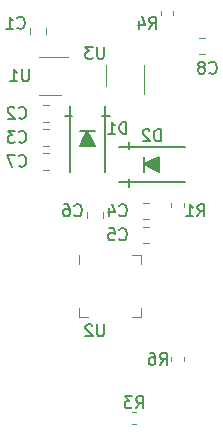
<source format=gbo>
G04 #@! TF.GenerationSoftware,KiCad,Pcbnew,5.0.2+dfsg1-1*
G04 #@! TF.CreationDate,2019-04-15T18:08:30-07:00*
G04 #@! TF.ProjectId,feather51,66656174-6865-4723-9531-2e6b69636164,A*
G04 #@! TF.SameCoordinates,Original*
G04 #@! TF.FileFunction,Legend,Bot*
G04 #@! TF.FilePolarity,Positive*
%FSLAX46Y46*%
G04 Gerber Fmt 4.6, Leading zero omitted, Abs format (unit mm)*
G04 Created by KiCad (PCBNEW 5.0.2+dfsg1-1) date Mon 15 Apr 2019 06:08:30 PM PDT*
%MOMM*%
%LPD*%
G01*
G04 APERTURE LIST*
%ADD10C,0.150000*%
%ADD11C,0.120000*%
G04 APERTURE END LIST*
D10*
G04 #@! TO.C,D2*
X138802000Y-61468000D02*
X138802000Y-60198000D01*
G36*
X140072000Y-61468000D02*
X138802000Y-60833000D01*
X140072000Y-60198000D01*
X140072000Y-61468000D01*
G37*
X140072000Y-61468000D02*
X138802000Y-60833000D01*
X140072000Y-60198000D01*
X140072000Y-61468000D01*
X137532000Y-62103000D02*
X137532000Y-62738000D01*
X137532000Y-58928000D02*
X137532000Y-59563000D01*
X136637000Y-62308000D02*
X142237000Y-62308000D01*
X136637000Y-59358000D02*
X142237000Y-59358000D01*
G04 #@! TO.C,D1*
X133350000Y-58030000D02*
X134620000Y-58030000D01*
G36*
X133350000Y-59300000D02*
X133985000Y-58030000D01*
X134620000Y-59300000D01*
X133350000Y-59300000D01*
G37*
X133350000Y-59300000D02*
X133985000Y-58030000D01*
X134620000Y-59300000D01*
X133350000Y-59300000D01*
X132715000Y-56760000D02*
X132080000Y-56760000D01*
X135890000Y-56760000D02*
X135255000Y-56760000D01*
X132510000Y-55865000D02*
X132510000Y-61465000D01*
X135460000Y-55865000D02*
X135460000Y-61465000D01*
D11*
G04 #@! TO.C,C1*
X129084000Y-49788578D02*
X129084000Y-49271422D01*
X130504000Y-49788578D02*
X130504000Y-49271422D01*
G04 #@! TO.C,C2*
X130218922Y-57225000D02*
X130736078Y-57225000D01*
X130218922Y-55805000D02*
X130736078Y-55805000D01*
G04 #@! TO.C,C3*
X130218922Y-57837000D02*
X130736078Y-57837000D01*
X130218922Y-59257000D02*
X130736078Y-59257000D01*
G04 #@! TO.C,C4*
X138679422Y-65480000D02*
X139196578Y-65480000D01*
X138679422Y-64060000D02*
X139196578Y-64060000D01*
G04 #@! TO.C,C5*
X138679422Y-66092000D02*
X139196578Y-66092000D01*
X138679422Y-67512000D02*
X139196578Y-67512000D01*
G04 #@! TO.C,C6*
X135330000Y-65361078D02*
X135330000Y-64843922D01*
X133910000Y-65361078D02*
X133910000Y-64843922D01*
G04 #@! TO.C,C7*
X130218922Y-59869000D02*
X130736078Y-59869000D01*
X130218922Y-61289000D02*
X130736078Y-61289000D01*
G04 #@! TO.C,C8*
X143944078Y-50090000D02*
X143426922Y-50090000D01*
X143944078Y-51510000D02*
X143426922Y-51510000D01*
G04 #@! TO.C,R1*
X142115000Y-64450279D02*
X142115000Y-64124721D01*
X141095000Y-64450279D02*
X141095000Y-64124721D01*
G04 #@! TO.C,R3*
X137759221Y-82806000D02*
X138084779Y-82806000D01*
X137759221Y-81786000D02*
X138084779Y-81786000D01*
G04 #@! TO.C,R4*
X140206000Y-48143279D02*
X140206000Y-47817721D01*
X141226000Y-48143279D02*
X141226000Y-47817721D01*
G04 #@! TO.C,R6*
X142115000Y-77505779D02*
X142115000Y-77180221D01*
X141095000Y-77505779D02*
X141095000Y-77180221D01*
G04 #@! TO.C,U1*
X129910000Y-51730000D02*
X132360000Y-51730000D01*
X131710000Y-54950000D02*
X129910000Y-54950000D01*
G04 #@! TO.C,U2*
X133280000Y-69235000D02*
X133280000Y-68510000D01*
X138500000Y-73730000D02*
X137775000Y-73730000D01*
X138500000Y-73005000D02*
X138500000Y-73730000D01*
X138500000Y-68510000D02*
X137775000Y-68510000D01*
X138500000Y-69235000D02*
X138500000Y-68510000D01*
X133280000Y-73730000D02*
X134005000Y-73730000D01*
X133280000Y-73005000D02*
X133280000Y-73730000D01*
G04 #@! TO.C,U3*
X135550000Y-54197000D02*
X135550000Y-52397000D01*
X138770000Y-52397000D02*
X138770000Y-54847000D01*
G04 #@! TO.C,D2*
D10*
X140175095Y-58872380D02*
X140175095Y-57872380D01*
X139937000Y-57872380D01*
X139794142Y-57920000D01*
X139698904Y-58015238D01*
X139651285Y-58110476D01*
X139603666Y-58300952D01*
X139603666Y-58443809D01*
X139651285Y-58634285D01*
X139698904Y-58729523D01*
X139794142Y-58824761D01*
X139937000Y-58872380D01*
X140175095Y-58872380D01*
X139222714Y-57967619D02*
X139175095Y-57920000D01*
X139079857Y-57872380D01*
X138841761Y-57872380D01*
X138746523Y-57920000D01*
X138698904Y-57967619D01*
X138651285Y-58062857D01*
X138651285Y-58158095D01*
X138698904Y-58300952D01*
X139270333Y-58872380D01*
X138651285Y-58872380D01*
G04 #@! TO.C,D1*
X137263095Y-58237380D02*
X137263095Y-57237380D01*
X137025000Y-57237380D01*
X136882142Y-57285000D01*
X136786904Y-57380238D01*
X136739285Y-57475476D01*
X136691666Y-57665952D01*
X136691666Y-57808809D01*
X136739285Y-57999285D01*
X136786904Y-58094523D01*
X136882142Y-58189761D01*
X137025000Y-58237380D01*
X137263095Y-58237380D01*
X135739285Y-58237380D02*
X136310714Y-58237380D01*
X136025000Y-58237380D02*
X136025000Y-57237380D01*
X136120238Y-57380238D01*
X136215476Y-57475476D01*
X136310714Y-57523095D01*
G04 #@! TO.C,C1*
X128055666Y-49252142D02*
X128103285Y-49299761D01*
X128246142Y-49347380D01*
X128341380Y-49347380D01*
X128484238Y-49299761D01*
X128579476Y-49204523D01*
X128627095Y-49109285D01*
X128674714Y-48918809D01*
X128674714Y-48775952D01*
X128627095Y-48585476D01*
X128579476Y-48490238D01*
X128484238Y-48395000D01*
X128341380Y-48347380D01*
X128246142Y-48347380D01*
X128103285Y-48395000D01*
X128055666Y-48442619D01*
X127103285Y-49347380D02*
X127674714Y-49347380D01*
X127389000Y-49347380D02*
X127389000Y-48347380D01*
X127484238Y-48490238D01*
X127579476Y-48585476D01*
X127674714Y-48633095D01*
G04 #@! TO.C,C2*
X128182666Y-56872142D02*
X128230285Y-56919761D01*
X128373142Y-56967380D01*
X128468380Y-56967380D01*
X128611238Y-56919761D01*
X128706476Y-56824523D01*
X128754095Y-56729285D01*
X128801714Y-56538809D01*
X128801714Y-56395952D01*
X128754095Y-56205476D01*
X128706476Y-56110238D01*
X128611238Y-56015000D01*
X128468380Y-55967380D01*
X128373142Y-55967380D01*
X128230285Y-56015000D01*
X128182666Y-56062619D01*
X127801714Y-56062619D02*
X127754095Y-56015000D01*
X127658857Y-55967380D01*
X127420761Y-55967380D01*
X127325523Y-56015000D01*
X127277904Y-56062619D01*
X127230285Y-56157857D01*
X127230285Y-56253095D01*
X127277904Y-56395952D01*
X127849333Y-56967380D01*
X127230285Y-56967380D01*
G04 #@! TO.C,C3*
X128182666Y-58904142D02*
X128230285Y-58951761D01*
X128373142Y-58999380D01*
X128468380Y-58999380D01*
X128611238Y-58951761D01*
X128706476Y-58856523D01*
X128754095Y-58761285D01*
X128801714Y-58570809D01*
X128801714Y-58427952D01*
X128754095Y-58237476D01*
X128706476Y-58142238D01*
X128611238Y-58047000D01*
X128468380Y-57999380D01*
X128373142Y-57999380D01*
X128230285Y-58047000D01*
X128182666Y-58094619D01*
X127849333Y-57999380D02*
X127230285Y-57999380D01*
X127563619Y-58380333D01*
X127420761Y-58380333D01*
X127325523Y-58427952D01*
X127277904Y-58475571D01*
X127230285Y-58570809D01*
X127230285Y-58808904D01*
X127277904Y-58904142D01*
X127325523Y-58951761D01*
X127420761Y-58999380D01*
X127706476Y-58999380D01*
X127801714Y-58951761D01*
X127849333Y-58904142D01*
G04 #@! TO.C,C4*
X136691666Y-65127142D02*
X136739285Y-65174761D01*
X136882142Y-65222380D01*
X136977380Y-65222380D01*
X137120238Y-65174761D01*
X137215476Y-65079523D01*
X137263095Y-64984285D01*
X137310714Y-64793809D01*
X137310714Y-64650952D01*
X137263095Y-64460476D01*
X137215476Y-64365238D01*
X137120238Y-64270000D01*
X136977380Y-64222380D01*
X136882142Y-64222380D01*
X136739285Y-64270000D01*
X136691666Y-64317619D01*
X135834523Y-64555714D02*
X135834523Y-65222380D01*
X136072619Y-64174761D02*
X136310714Y-64889047D01*
X135691666Y-64889047D01*
G04 #@! TO.C,C5*
X136691666Y-67159142D02*
X136739285Y-67206761D01*
X136882142Y-67254380D01*
X136977380Y-67254380D01*
X137120238Y-67206761D01*
X137215476Y-67111523D01*
X137263095Y-67016285D01*
X137310714Y-66825809D01*
X137310714Y-66682952D01*
X137263095Y-66492476D01*
X137215476Y-66397238D01*
X137120238Y-66302000D01*
X136977380Y-66254380D01*
X136882142Y-66254380D01*
X136739285Y-66302000D01*
X136691666Y-66349619D01*
X135786904Y-66254380D02*
X136263095Y-66254380D01*
X136310714Y-66730571D01*
X136263095Y-66682952D01*
X136167857Y-66635333D01*
X135929761Y-66635333D01*
X135834523Y-66682952D01*
X135786904Y-66730571D01*
X135739285Y-66825809D01*
X135739285Y-67063904D01*
X135786904Y-67159142D01*
X135834523Y-67206761D01*
X135929761Y-67254380D01*
X136167857Y-67254380D01*
X136263095Y-67206761D01*
X136310714Y-67159142D01*
G04 #@! TO.C,C6*
X132881666Y-65127142D02*
X132929285Y-65174761D01*
X133072142Y-65222380D01*
X133167380Y-65222380D01*
X133310238Y-65174761D01*
X133405476Y-65079523D01*
X133453095Y-64984285D01*
X133500714Y-64793809D01*
X133500714Y-64650952D01*
X133453095Y-64460476D01*
X133405476Y-64365238D01*
X133310238Y-64270000D01*
X133167380Y-64222380D01*
X133072142Y-64222380D01*
X132929285Y-64270000D01*
X132881666Y-64317619D01*
X132024523Y-64222380D02*
X132215000Y-64222380D01*
X132310238Y-64270000D01*
X132357857Y-64317619D01*
X132453095Y-64460476D01*
X132500714Y-64650952D01*
X132500714Y-65031904D01*
X132453095Y-65127142D01*
X132405476Y-65174761D01*
X132310238Y-65222380D01*
X132119761Y-65222380D01*
X132024523Y-65174761D01*
X131976904Y-65127142D01*
X131929285Y-65031904D01*
X131929285Y-64793809D01*
X131976904Y-64698571D01*
X132024523Y-64650952D01*
X132119761Y-64603333D01*
X132310238Y-64603333D01*
X132405476Y-64650952D01*
X132453095Y-64698571D01*
X132500714Y-64793809D01*
G04 #@! TO.C,C7*
X128182666Y-60936142D02*
X128230285Y-60983761D01*
X128373142Y-61031380D01*
X128468380Y-61031380D01*
X128611238Y-60983761D01*
X128706476Y-60888523D01*
X128754095Y-60793285D01*
X128801714Y-60602809D01*
X128801714Y-60459952D01*
X128754095Y-60269476D01*
X128706476Y-60174238D01*
X128611238Y-60079000D01*
X128468380Y-60031380D01*
X128373142Y-60031380D01*
X128230285Y-60079000D01*
X128182666Y-60126619D01*
X127849333Y-60031380D02*
X127182666Y-60031380D01*
X127611238Y-61031380D01*
G04 #@! TO.C,C8*
X144311666Y-53062142D02*
X144359285Y-53109761D01*
X144502142Y-53157380D01*
X144597380Y-53157380D01*
X144740238Y-53109761D01*
X144835476Y-53014523D01*
X144883095Y-52919285D01*
X144930714Y-52728809D01*
X144930714Y-52585952D01*
X144883095Y-52395476D01*
X144835476Y-52300238D01*
X144740238Y-52205000D01*
X144597380Y-52157380D01*
X144502142Y-52157380D01*
X144359285Y-52205000D01*
X144311666Y-52252619D01*
X143740238Y-52585952D02*
X143835476Y-52538333D01*
X143883095Y-52490714D01*
X143930714Y-52395476D01*
X143930714Y-52347857D01*
X143883095Y-52252619D01*
X143835476Y-52205000D01*
X143740238Y-52157380D01*
X143549761Y-52157380D01*
X143454523Y-52205000D01*
X143406904Y-52252619D01*
X143359285Y-52347857D01*
X143359285Y-52395476D01*
X143406904Y-52490714D01*
X143454523Y-52538333D01*
X143549761Y-52585952D01*
X143740238Y-52585952D01*
X143835476Y-52633571D01*
X143883095Y-52681190D01*
X143930714Y-52776428D01*
X143930714Y-52966904D01*
X143883095Y-53062142D01*
X143835476Y-53109761D01*
X143740238Y-53157380D01*
X143549761Y-53157380D01*
X143454523Y-53109761D01*
X143406904Y-53062142D01*
X143359285Y-52966904D01*
X143359285Y-52776428D01*
X143406904Y-52681190D01*
X143454523Y-52633571D01*
X143549761Y-52585952D01*
G04 #@! TO.C,R1*
X143295666Y-65222380D02*
X143629000Y-64746190D01*
X143867095Y-65222380D02*
X143867095Y-64222380D01*
X143486142Y-64222380D01*
X143390904Y-64270000D01*
X143343285Y-64317619D01*
X143295666Y-64412857D01*
X143295666Y-64555714D01*
X143343285Y-64650952D01*
X143390904Y-64698571D01*
X143486142Y-64746190D01*
X143867095Y-64746190D01*
X142343285Y-65222380D02*
X142914714Y-65222380D01*
X142629000Y-65222380D02*
X142629000Y-64222380D01*
X142724238Y-64365238D01*
X142819476Y-64460476D01*
X142914714Y-64508095D01*
G04 #@! TO.C,R3*
X138088666Y-81478380D02*
X138422000Y-81002190D01*
X138660095Y-81478380D02*
X138660095Y-80478380D01*
X138279142Y-80478380D01*
X138183904Y-80526000D01*
X138136285Y-80573619D01*
X138088666Y-80668857D01*
X138088666Y-80811714D01*
X138136285Y-80906952D01*
X138183904Y-80954571D01*
X138279142Y-81002190D01*
X138660095Y-81002190D01*
X137755333Y-80478380D02*
X137136285Y-80478380D01*
X137469619Y-80859333D01*
X137326761Y-80859333D01*
X137231523Y-80906952D01*
X137183904Y-80954571D01*
X137136285Y-81049809D01*
X137136285Y-81287904D01*
X137183904Y-81383142D01*
X137231523Y-81430761D01*
X137326761Y-81478380D01*
X137612476Y-81478380D01*
X137707714Y-81430761D01*
X137755333Y-81383142D01*
G04 #@! TO.C,R4*
X139231666Y-49347380D02*
X139565000Y-48871190D01*
X139803095Y-49347380D02*
X139803095Y-48347380D01*
X139422142Y-48347380D01*
X139326904Y-48395000D01*
X139279285Y-48442619D01*
X139231666Y-48537857D01*
X139231666Y-48680714D01*
X139279285Y-48775952D01*
X139326904Y-48823571D01*
X139422142Y-48871190D01*
X139803095Y-48871190D01*
X138374523Y-48680714D02*
X138374523Y-49347380D01*
X138612619Y-48299761D02*
X138850714Y-49014047D01*
X138231666Y-49014047D01*
G04 #@! TO.C,R6*
X140120666Y-77795380D02*
X140454000Y-77319190D01*
X140692095Y-77795380D02*
X140692095Y-76795380D01*
X140311142Y-76795380D01*
X140215904Y-76843000D01*
X140168285Y-76890619D01*
X140120666Y-76985857D01*
X140120666Y-77128714D01*
X140168285Y-77223952D01*
X140215904Y-77271571D01*
X140311142Y-77319190D01*
X140692095Y-77319190D01*
X139263523Y-76795380D02*
X139454000Y-76795380D01*
X139549238Y-76843000D01*
X139596857Y-76890619D01*
X139692095Y-77033476D01*
X139739714Y-77223952D01*
X139739714Y-77604904D01*
X139692095Y-77700142D01*
X139644476Y-77747761D01*
X139549238Y-77795380D01*
X139358761Y-77795380D01*
X139263523Y-77747761D01*
X139215904Y-77700142D01*
X139168285Y-77604904D01*
X139168285Y-77366809D01*
X139215904Y-77271571D01*
X139263523Y-77223952D01*
X139358761Y-77176333D01*
X139549238Y-77176333D01*
X139644476Y-77223952D01*
X139692095Y-77271571D01*
X139739714Y-77366809D01*
G04 #@! TO.C,U1*
X129031904Y-52792380D02*
X129031904Y-53601904D01*
X128984285Y-53697142D01*
X128936666Y-53744761D01*
X128841428Y-53792380D01*
X128650952Y-53792380D01*
X128555714Y-53744761D01*
X128508095Y-53697142D01*
X128460476Y-53601904D01*
X128460476Y-52792380D01*
X127460476Y-53792380D02*
X128031904Y-53792380D01*
X127746190Y-53792380D02*
X127746190Y-52792380D01*
X127841428Y-52935238D01*
X127936666Y-53030476D01*
X128031904Y-53078095D01*
G04 #@! TO.C,U2*
X135381904Y-74382380D02*
X135381904Y-75191904D01*
X135334285Y-75287142D01*
X135286666Y-75334761D01*
X135191428Y-75382380D01*
X135000952Y-75382380D01*
X134905714Y-75334761D01*
X134858095Y-75287142D01*
X134810476Y-75191904D01*
X134810476Y-74382380D01*
X134381904Y-74477619D02*
X134334285Y-74430000D01*
X134239047Y-74382380D01*
X134000952Y-74382380D01*
X133905714Y-74430000D01*
X133858095Y-74477619D01*
X133810476Y-74572857D01*
X133810476Y-74668095D01*
X133858095Y-74810952D01*
X134429523Y-75382380D01*
X133810476Y-75382380D01*
G04 #@! TO.C,U3*
X135381904Y-50887380D02*
X135381904Y-51696904D01*
X135334285Y-51792142D01*
X135286666Y-51839761D01*
X135191428Y-51887380D01*
X135000952Y-51887380D01*
X134905714Y-51839761D01*
X134858095Y-51792142D01*
X134810476Y-51696904D01*
X134810476Y-50887380D01*
X134429523Y-50887380D02*
X133810476Y-50887380D01*
X134143809Y-51268333D01*
X134000952Y-51268333D01*
X133905714Y-51315952D01*
X133858095Y-51363571D01*
X133810476Y-51458809D01*
X133810476Y-51696904D01*
X133858095Y-51792142D01*
X133905714Y-51839761D01*
X134000952Y-51887380D01*
X134286666Y-51887380D01*
X134381904Y-51839761D01*
X134429523Y-51792142D01*
G04 #@! TD*
M02*

</source>
